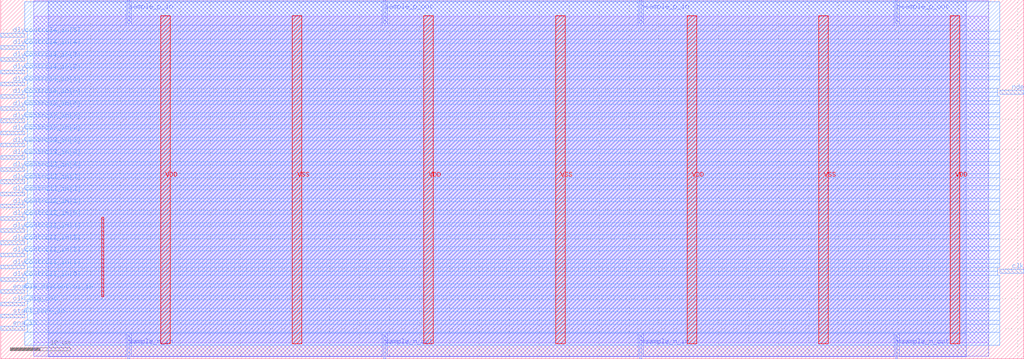
<source format=lef>
VERSION 5.7 ;
  NOWIREEXTENSIONATPIN ON ;
  DIVIDERCHAR "/" ;
  BUSBITCHARS "[]" ;
MACRO adc_clkgen_with_edgedetect
  CLASS BLOCK ;
  FOREIGN adc_clkgen_with_edgedetect ;
  ORIGIN 0.000 0.000 ;
  SIZE 171.000 BY 60.000 ;
  PIN VDD
    DIRECTION INOUT ;
    USE POWER ;
    PORT
      LAYER met4 ;
        RECT 26.720 2.480 28.320 57.360 ;
    END
    PORT
      LAYER met4 ;
        RECT 70.720 2.480 72.320 57.360 ;
    END
    PORT
      LAYER met4 ;
        RECT 114.720 2.480 116.320 57.360 ;
    END
    PORT
      LAYER met4 ;
        RECT 158.720 2.480 160.320 57.360 ;
    END
  END VDD
  PIN VSS
    DIRECTION INOUT ;
    USE GROUND ;
    PORT
      LAYER met4 ;
        RECT 48.720 2.480 50.320 57.360 ;
    END
    PORT
      LAYER met4 ;
        RECT 92.720 2.480 94.320 57.360 ;
    END
    PORT
      LAYER met4 ;
        RECT 136.720 2.480 138.320 57.360 ;
    END
  END VSS
  PIN clk_comp_out
    DIRECTION OUTPUT TRISTATE ;
    USE SIGNAL ;
    PORT
      LAYER met3 ;
        RECT 167.000 14.320 171.000 14.920 ;
    END
  END clk_comp_out
  PIN clk_dig_out
    DIRECTION OUTPUT TRISTATE ;
    USE SIGNAL ;
    PORT
      LAYER met3 ;
        RECT 0.000 8.880 4.000 9.480 ;
    END
  END clk_dig_out
  PIN dlycontrol1_in[0]
    DIRECTION INPUT ;
    USE SIGNAL ;
    PORT
      LAYER met3 ;
        RECT 0.000 12.960 4.000 13.560 ;
    END
  END dlycontrol1_in[0]
  PIN dlycontrol1_in[1]
    DIRECTION INPUT ;
    USE SIGNAL ;
    PORT
      LAYER met3 ;
        RECT 0.000 15.000 4.000 15.600 ;
    END
  END dlycontrol1_in[1]
  PIN dlycontrol1_in[2]
    DIRECTION INPUT ;
    USE SIGNAL ;
    PORT
      LAYER met3 ;
        RECT 0.000 17.040 4.000 17.640 ;
    END
  END dlycontrol1_in[2]
  PIN dlycontrol1_in[3]
    DIRECTION INPUT ;
    USE SIGNAL ;
    PORT
      LAYER met3 ;
        RECT 0.000 19.080 4.000 19.680 ;
    END
  END dlycontrol1_in[3]
  PIN dlycontrol1_in[4]
    DIRECTION INPUT ;
    USE SIGNAL ;
    PORT
      LAYER met3 ;
        RECT 0.000 21.120 4.000 21.720 ;
    END
  END dlycontrol1_in[4]
  PIN dlycontrol2_in[0]
    DIRECTION INPUT ;
    USE SIGNAL ;
    PORT
      LAYER met3 ;
        RECT 0.000 23.160 4.000 23.760 ;
    END
  END dlycontrol2_in[0]
  PIN dlycontrol2_in[1]
    DIRECTION INPUT ;
    USE SIGNAL ;
    PORT
      LAYER met3 ;
        RECT 0.000 25.200 4.000 25.800 ;
    END
  END dlycontrol2_in[1]
  PIN dlycontrol2_in[2]
    DIRECTION INPUT ;
    USE SIGNAL ;
    PORT
      LAYER met3 ;
        RECT 0.000 27.240 4.000 27.840 ;
    END
  END dlycontrol2_in[2]
  PIN dlycontrol2_in[3]
    DIRECTION INPUT ;
    USE SIGNAL ;
    PORT
      LAYER met3 ;
        RECT 0.000 29.280 4.000 29.880 ;
    END
  END dlycontrol2_in[3]
  PIN dlycontrol2_in[4]
    DIRECTION INPUT ;
    USE SIGNAL ;
    PORT
      LAYER met3 ;
        RECT 0.000 31.320 4.000 31.920 ;
    END
  END dlycontrol2_in[4]
  PIN dlycontrol3_in[0]
    DIRECTION INPUT ;
    USE SIGNAL ;
    PORT
      LAYER met3 ;
        RECT 0.000 33.360 4.000 33.960 ;
    END
  END dlycontrol3_in[0]
  PIN dlycontrol3_in[1]
    DIRECTION INPUT ;
    USE SIGNAL ;
    PORT
      LAYER met3 ;
        RECT 0.000 35.400 4.000 36.000 ;
    END
  END dlycontrol3_in[1]
  PIN dlycontrol3_in[2]
    DIRECTION INPUT ;
    USE SIGNAL ;
    PORT
      LAYER met3 ;
        RECT 0.000 37.440 4.000 38.040 ;
    END
  END dlycontrol3_in[2]
  PIN dlycontrol3_in[3]
    DIRECTION INPUT ;
    USE SIGNAL ;
    PORT
      LAYER met3 ;
        RECT 0.000 39.480 4.000 40.080 ;
    END
  END dlycontrol3_in[3]
  PIN dlycontrol3_in[4]
    DIRECTION INPUT ;
    USE SIGNAL ;
    PORT
      LAYER met3 ;
        RECT 0.000 41.520 4.000 42.120 ;
    END
  END dlycontrol3_in[4]
  PIN dlycontrol4_in[0]
    DIRECTION INPUT ;
    USE SIGNAL ;
    PORT
      LAYER met3 ;
        RECT 0.000 43.560 4.000 44.160 ;
    END
  END dlycontrol4_in[0]
  PIN dlycontrol4_in[1]
    DIRECTION INPUT ;
    USE SIGNAL ;
    PORT
      LAYER met3 ;
        RECT 0.000 45.600 4.000 46.200 ;
    END
  END dlycontrol4_in[1]
  PIN dlycontrol4_in[2]
    DIRECTION INPUT ;
    USE SIGNAL ;
    PORT
      LAYER met3 ;
        RECT 0.000 47.640 4.000 48.240 ;
    END
  END dlycontrol4_in[2]
  PIN dlycontrol4_in[3]
    DIRECTION INPUT ;
    USE SIGNAL ;
    PORT
      LAYER met3 ;
        RECT 0.000 49.680 4.000 50.280 ;
    END
  END dlycontrol4_in[3]
  PIN dlycontrol4_in[4]
    DIRECTION INPUT ;
    USE SIGNAL ;
    PORT
      LAYER met3 ;
        RECT 0.000 51.720 4.000 52.320 ;
    END
  END dlycontrol4_in[4]
  PIN dlycontrol4_in[5]
    DIRECTION INPUT ;
    USE SIGNAL ;
    PORT
      LAYER met3 ;
        RECT 0.000 53.760 4.000 54.360 ;
    END
  END dlycontrol4_in[5]
  PIN ena_in
    DIRECTION INPUT ;
    USE SIGNAL ;
    PORT
      LAYER met3 ;
        RECT 0.000 4.800 4.000 5.400 ;
    END
  END ena_in
  PIN enable_dlycontrol_in
    DIRECTION INPUT ;
    USE SIGNAL ;
    PORT
      LAYER met3 ;
        RECT 0.000 10.920 4.000 11.520 ;
    END
  END enable_dlycontrol_in
  PIN ndecision_finish_in
    DIRECTION INPUT ;
    USE SIGNAL ;
    PORT
      LAYER met3 ;
        RECT 167.000 44.240 171.000 44.840 ;
    END
  END ndecision_finish_in
  PIN nsample_n_in
    DIRECTION INPUT ;
    USE SIGNAL ;
    PORT
      LAYER met2 ;
        RECT 106.810 0.000 107.090 4.000 ;
    END
  END nsample_n_in
  PIN nsample_n_out
    DIRECTION OUTPUT TRISTATE ;
    USE SIGNAL ;
    PORT
      LAYER met2 ;
        RECT 149.590 0.000 149.870 4.000 ;
    END
  END nsample_n_out
  PIN nsample_p_in
    DIRECTION INPUT ;
    USE SIGNAL ;
    PORT
      LAYER met2 ;
        RECT 106.810 56.000 107.090 60.000 ;
    END
  END nsample_p_in
  PIN nsample_p_out
    DIRECTION OUTPUT TRISTATE ;
    USE SIGNAL ;
    PORT
      LAYER met2 ;
        RECT 149.590 56.000 149.870 60.000 ;
    END
  END nsample_p_out
  PIN sample_n_in
    DIRECTION INPUT ;
    USE SIGNAL ;
    PORT
      LAYER met2 ;
        RECT 21.250 0.000 21.530 4.000 ;
    END
  END sample_n_in
  PIN sample_n_out
    DIRECTION OUTPUT TRISTATE ;
    USE SIGNAL ;
    PORT
      LAYER met2 ;
        RECT 64.030 0.000 64.310 4.000 ;
    END
  END sample_n_out
  PIN sample_p_in
    DIRECTION INPUT ;
    USE SIGNAL ;
    PORT
      LAYER met2 ;
        RECT 21.250 56.000 21.530 60.000 ;
    END
  END sample_p_in
  PIN sample_p_out
    DIRECTION OUTPUT TRISTATE ;
    USE SIGNAL ;
    PORT
      LAYER met2 ;
        RECT 64.030 56.000 64.310 60.000 ;
    END
  END sample_p_out
  PIN start_conv_in
    DIRECTION INPUT ;
    USE SIGNAL ;
    PORT
      LAYER met3 ;
        RECT 0.000 6.840 4.000 7.440 ;
    END
  END start_conv_in
  OBS
      LAYER li1 ;
        RECT 5.520 2.635 165.140 57.205 ;
      LAYER met1 ;
        RECT 5.520 0.380 165.140 59.800 ;
      LAYER met2 ;
        RECT 7.910 55.720 20.970 59.830 ;
        RECT 21.810 55.720 63.750 59.830 ;
        RECT 64.590 55.720 106.530 59.830 ;
        RECT 107.370 55.720 149.310 59.830 ;
        RECT 150.150 55.720 161.360 59.830 ;
        RECT 7.910 4.280 161.360 55.720 ;
        RECT 7.910 0.350 20.970 4.280 ;
        RECT 21.810 0.350 63.750 4.280 ;
        RECT 64.590 0.350 106.530 4.280 ;
        RECT 107.370 0.350 149.310 4.280 ;
        RECT 150.150 0.350 161.360 4.280 ;
      LAYER met3 ;
        RECT 4.000 54.760 167.000 59.665 ;
        RECT 4.400 53.360 167.000 54.760 ;
        RECT 4.000 52.720 167.000 53.360 ;
        RECT 4.400 51.320 167.000 52.720 ;
        RECT 4.000 50.680 167.000 51.320 ;
        RECT 4.400 49.280 167.000 50.680 ;
        RECT 4.000 48.640 167.000 49.280 ;
        RECT 4.400 47.240 167.000 48.640 ;
        RECT 4.000 46.600 167.000 47.240 ;
        RECT 4.400 45.240 167.000 46.600 ;
        RECT 4.400 45.200 166.600 45.240 ;
        RECT 4.000 44.560 166.600 45.200 ;
        RECT 4.400 43.840 166.600 44.560 ;
        RECT 4.400 43.160 167.000 43.840 ;
        RECT 4.000 42.520 167.000 43.160 ;
        RECT 4.400 41.120 167.000 42.520 ;
        RECT 4.000 40.480 167.000 41.120 ;
        RECT 4.400 39.080 167.000 40.480 ;
        RECT 4.000 38.440 167.000 39.080 ;
        RECT 4.400 37.040 167.000 38.440 ;
        RECT 4.000 36.400 167.000 37.040 ;
        RECT 4.400 35.000 167.000 36.400 ;
        RECT 4.000 34.360 167.000 35.000 ;
        RECT 4.400 32.960 167.000 34.360 ;
        RECT 4.000 32.320 167.000 32.960 ;
        RECT 4.400 30.920 167.000 32.320 ;
        RECT 4.000 30.280 167.000 30.920 ;
        RECT 4.400 28.880 167.000 30.280 ;
        RECT 4.000 28.240 167.000 28.880 ;
        RECT 4.400 26.840 167.000 28.240 ;
        RECT 4.000 26.200 167.000 26.840 ;
        RECT 4.400 24.800 167.000 26.200 ;
        RECT 4.000 24.160 167.000 24.800 ;
        RECT 4.400 22.760 167.000 24.160 ;
        RECT 4.000 22.120 167.000 22.760 ;
        RECT 4.400 20.720 167.000 22.120 ;
        RECT 4.000 20.080 167.000 20.720 ;
        RECT 4.400 18.680 167.000 20.080 ;
        RECT 4.000 18.040 167.000 18.680 ;
        RECT 4.400 16.640 167.000 18.040 ;
        RECT 4.000 16.000 167.000 16.640 ;
        RECT 4.400 15.320 167.000 16.000 ;
        RECT 4.400 14.600 166.600 15.320 ;
        RECT 4.000 13.960 166.600 14.600 ;
        RECT 4.400 13.920 166.600 13.960 ;
        RECT 4.400 12.560 167.000 13.920 ;
        RECT 4.000 11.920 167.000 12.560 ;
        RECT 4.400 10.520 167.000 11.920 ;
        RECT 4.000 9.880 167.000 10.520 ;
        RECT 4.400 8.480 167.000 9.880 ;
        RECT 4.000 7.840 167.000 8.480 ;
        RECT 4.400 6.440 167.000 7.840 ;
        RECT 4.000 5.800 167.000 6.440 ;
        RECT 4.400 4.400 167.000 5.800 ;
        RECT 4.000 2.215 167.000 4.400 ;
      LAYER met4 ;
        RECT 16.855 10.375 17.185 23.625 ;
  END
END adc_clkgen_with_edgedetect
END LIBRARY


</source>
